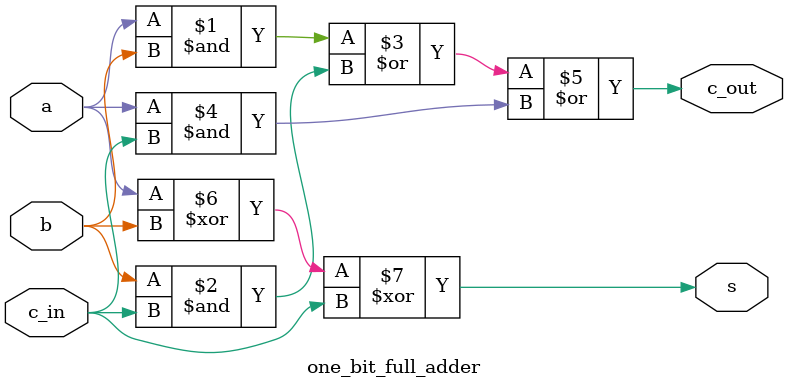
<source format=v>
module one_bit_full_adder(c_out, s, a, b, c_in);
    input a,b,c_in;
    output wire c_out, s;

    assign c_out = a&b | b&c_in | a&c_in;
    assign s = a ^ b ^ c_in; 
endmodule


</source>
